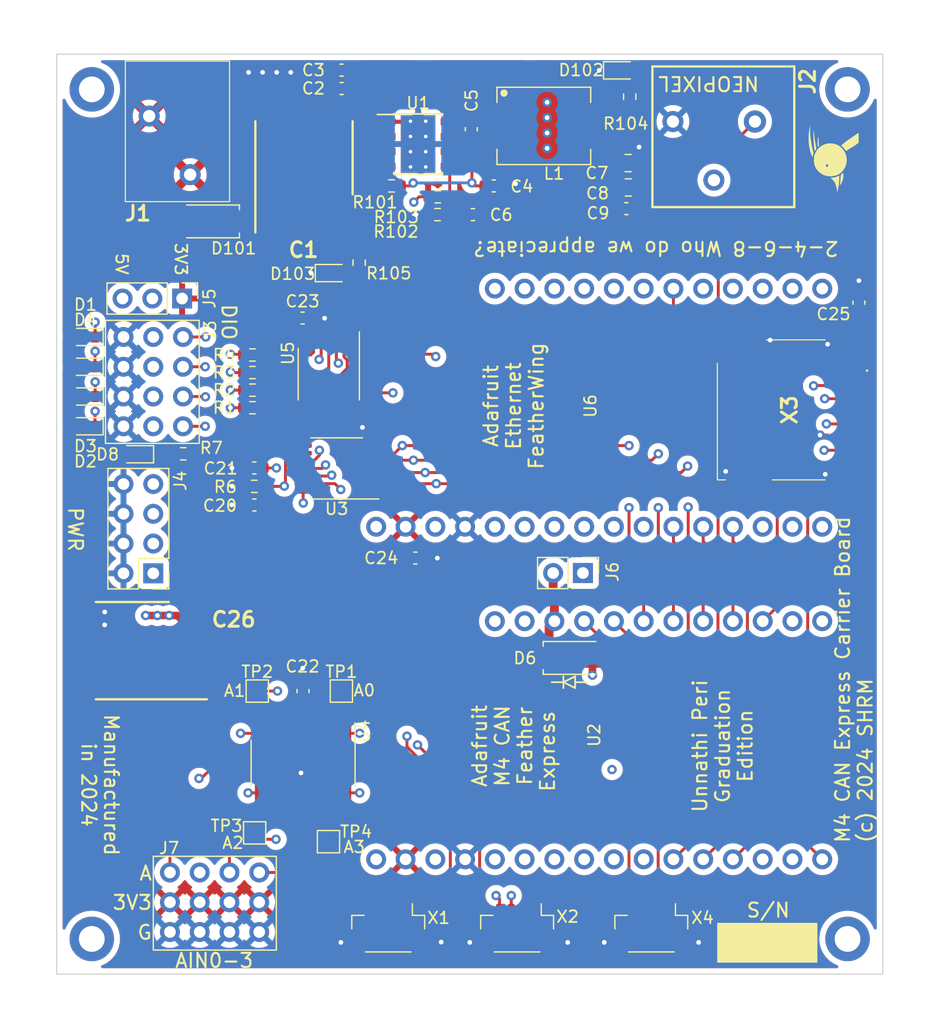
<source format=kicad_pcb>
(kicad_pcb (version 20211014) (generator pcbnew)
  (title_block (title "M4 CAN Feather Carrier (+Ethernet)") (rev "2") (comment 1 "All Rights Reserved") (comment 2 "(c) 2024 SHRM") (comment 3 "Drawn by SHRM"))
  (layers (0 "F.Cu" signal) (1 "In1.Cu" signal) (2 "In2.Cu" signal) (31 "B.Cu" signal) (34 "B.Paste" user) (35 "F.Paste" user) (36 "B.SilkS" user "B.Silkscreen") (37 "F.SilkS" user "F.Silkscreen") (38 "B.Mask" user) (39 "F.Mask" user) (44 "Edge.Cuts" user))
  (net 0 "")
  (net 1 "GND")
  (net 2 "+3.3V")
  (net 3 "VDD")
  (net 4 "+BATT")
  (net 9 "/NEOPIXEL")
  (net 10 "+5V")
  (net 11 "/DIO3_LS")
  (net 12 "/DIO2_LS")
  (net 13 "/DIO1_LS")
  (net 14 "/DIO0_LS")
  (net 15 "Net-(J7-Pad1)")
  (net 16 "Net-(J7-Pad4)")
  (net 17 "Net-(J7-Pad7)")
  (net 18 "Net-(J7-Pad10)")
  (net 19 "/LS_OE")
  (net 22 "/A0")
  (net 23 "/A1")
  (net 24 "/A2")
  (net 25 "/A3")
  (net 26 "/SCK")
  (net 27 "/MOSI")
  (net 28 "/SCL_1")
  (net 29 "/SDA_1")
  (net 30 "/SDA")
  (net 31 "/SCL")
  (net 32 "/DIO0")
  (net 33 "/DIO1")
  (net 34 "/DIO2")
  (net 35 "/DIO3")
  (net 36 "/SDA_3")
  (net 37 "/SCL_3")
  (net 42 "Net-(D3-Pad1)")
  (net 43 "Net-(D4-Pad1)")
  (net 44 "Net-(D1-Pad1)")
  (net 45 "Net-(D2-Pad1)")
  (net 46 "Net-(R3-Pad1)")
  (net 47 "Net-(R2-Pad1)")
  (net 48 "Net-(D8-Pad1)")
  (net 50 "/MISO")
  (net 51 "/ETH_CS")
  (net 74 "Net-(R4-Pad1)")
  (net 75 "Net-(R7-Pad1)")
  (net 76 "/USD_CS")
  (net 79 "/PG_FILT")
  (net 80 "/BOOT")
  (net 81 "/SW")
  (net 82 "/FB")
  (net 83 "Net-(D102-Pad2)")
  (net 84 "Net-(D103-Pad2)")
  (net 85 "/PG")
  (net 86 "Net-(R1-Pad1)")
  (net 87 "VCC")
  (net 88 "Net-(D6-Pad1)")
  (footprint "Capacitor_SMD:C_0603_1608Metric" (layer "F.Cu") (at 13.87 32.31 180)
    (fp_text reference "C21")
    (fp_text value "0.1u" hide)
  )
  (footprint "TestPoint:TestPoint_Pad_1.5x1.5mm" (layer "F.Cu") (at 20.2 64.2)
    (fp_text reference "TP4")
    (fp_text value "TestPoint" hide)
  )
  (footprint "Package_SO:Texas_HSOP-8-1EP_3.9x4.9mm_P1.27mm_ThermalVias" (layer "F.Cu") (at 27.85 4.67)
    (fp_text reference "U1")
    (fp_text value "LMR33630BDDA" hide)
  )
  (footprint "Resistor_SMD:R_0603_1608Metric" (layer "F.Cu") (at 7.8 31.1 180)
    (fp_text reference "R7")
    (fp_text value "120" hide)
  )
  (footprint "Resistor_SMD:R_0603_1608Metric" (layer "F.Cu") (at 22.82 14.79 -90)
    (fp_text reference "R105")
    (fp_text value "1K2" hide)
  )
  (footprint "LED_SMD:LED_0603_1608Metric" (layer "F.Cu") (at -0.5145 21.1323 180)
    (fp_text reference "D1")
    (fp_text value "LED" hide)
  )
  (footprint "Capacitor_SMD:C_0805_2012Metric" (layer "F.Cu") (at 45.79 8.37)
    (fp_text reference "C8")
    (fp_text value "22uF" hide)
  )
  (footprint "LED_SMD:LED_0603_1608Metric" (layer "F.Cu") (at -0.5145 28.7523 180)
    (fp_text reference "D2")
    (fp_text value "LED" hide)
  )
  (footprint "LED_SMD:LED_0603_1608Metric" (layer "F.Cu") (at -0.5145 23.6723 180)
    (fp_text reference "D4")
    (fp_text value "LED" hide)
  )
  (footprint "MountingHole:MountingHole_2.2mm_M2_DIN965_Pad" (layer "F.Cu") (at 0 72.5)
    (fp_text reference "H2" hide)
    (fp_text value "MountingHole_Pad" hide)
  )
  (footprint "Appreciate:DO-214AC" (layer "F.Cu") (at 10.35 11.27 180)
    (fp_text reference "D101")
    (fp_text value "SS54" hide)
  )
  (footprint "MountingHole:MountingHole_2.2mm_M2_DIN965_Pad" (layer "F.Cu") (at 0 0)
    (fp_text reference "H1" hide)
    (fp_text value "MountingHole_Pad" hide)
  )
  (footprint "MountingHole:MountingHole_2.2mm_M2_DIN965_Pad" (layer "F.Cu") (at 64.5 0)
    (fp_text reference "H4" hide)
    (fp_text value "MountingHole_Pad" hide)
  )
  (footprint "Resistor_SMD:R_0603_1608Metric" (layer "F.Cu") (at 45.91 0.63 90)
    (fp_text reference "R104")
    (fp_text value "330" hide)
  )
  (footprint "LED_SMD:LED_0603_1608Metric" (layer "F.Cu") (at -0.502 26.2123 180)
    (fp_text reference "D3")
    (fp_text value "LED" hide)
  )
  (footprint "Capacitor_SMD:C_0603_1608Metric" (layer "F.Cu") (at 21.315 -1.64 180)
    (fp_text reference "C3")
    (fp_text value "220nF" hide)
  )
  (footprint "Capacitor_SMD:C_0603_1608Metric" (layer "F.Cu") (at 18.03 51.35 90)
    (fp_text reference "C22")
    (fp_text value "0.1u" hide)
  )
  (footprint "Resistor_SMD:R_0603_1608Metric" (layer "F.Cu") (at 13.712 24.1685 180)
    (fp_text reference "R3")
    (fp_text value "120" hide)
  )
  (footprint "Package_SO:TSSOP-14_4.4x5mm_P0.65mm" (layer "F.Cu") (at 20.9 32.35 180)
    (fp_text reference "U3")
    (fp_text value "TXS0104EPW" hide)
  )
  (footprint "Capacitor_SMD:C_0603_1608Metric" (layer "F.Cu") (at 27.61 40)
    (fp_text reference "C24")
    (fp_text value "10u" hide)
  )
  (footprint "Capacitor_SMD:C_0603_1608Metric" (layer "F.Cu") (at 13.8775 35.47 180)
    (fp_text reference "C20")
    (fp_text value "0.1u" hide)
  )
  (footprint "Appreciate:FXL0630" (layer "F.Cu") (at 38.58 3.12)
    (fp_text reference "L1")
    (fp_text value "FXL0630-3R3-M" hide)
  )
  (footprint "Package_SO:SOIC-14_3.9x8.7mm_P1.27mm" (layer "F.Cu") (at 18.034 57.4944 -90)
    (fp_text reference "U4")
    (fp_text value "LMV324AIDR" hide)
  )
  (footprint "Appreciate:conn_04x03" (layer "F.Cu") (at 0.167 26.2123 -90)
    (fp_text reference "J3")
    (fp_text value "conn_04_03" hide)
  )
  (footprint "Appreciate:250-203_1" (layer "F.Cu") (at 53.096 7.747 180)
    (fp_text reference "J2")
    (fp_text value "250-203" hide)
  )
  (footprint "Connector_PinHeader_2.54mm:PinHeader_1x03_P2.54mm_Vertical" (layer "F.Cu") (at 7.7085 17.8503 -90)
    (fp_text reference "J5")
    (fp_text value "Conn_01x03" hide)
  )
  (footprint "Capacitor_SMD:C_0603_1608Metric" (layer "F.Cu") (at 21.315 -0.07 180)
    (fp_text reference "C2")
    (fp_text value "10uF" hide)
  )
  (footprint "Capacitor_SMD:C_0603_1608Metric" (layer "F.Cu") (at 17.99 19.52)
    (fp_text reference "C23")
    (fp_text value "0.1u" hide)
  )
  (footprint "Capacitor_SMD:C_0805_2012Metric" (layer "F.Cu") (at 45.775 6.29)
    (fp_text reference "C7")
    (fp_text value "22uF" hide)
  )
  (footprint "Appreciate:conn_04x03" (layer "F.Cu") (at 11.75 74.45)
    (fp_text reference "J7")
    (fp_text value "conn_04_03" hide)
  )
  (footprint "Resistor_SMD:R_0603_1608Metric" (layer "F.Cu") (at 25.58 8.24)
    (fp_text reference "R101")
    (fp_text value "100k" hide)
  )
  (footprint "LED_SMD:LED_0603_1608Metric" (layer "F.Cu") (at 45.16 -1.62)
    (fp_text reference "D102")
    (fp_text value "LED" hide)
  )
  (footprint "Capacitor_SMD:C_0603_1608Metric" (layer "F.Cu") (at 32.53 10.69)
    (fp_text reference "C6")
    (fp_text value "6.8pF" hide)
  )
  (footprint "Resistor_SMD:R_0603_1608Metric" (layer "F.Cu") (at 29.53 9.17)
    (fp_text reference "R103")
    (fp_text value "100k" hide)
  )
  (footprint "Appreciate:250202" (layer "F.Cu") (at 4.897 2.28)
    (fp_text reference "J1")
    (fp_text value "250-202" hide)
  )
  (footprint "Package_SO:TSSOP-14_4.4x5mm_P0.65mm" (layer "F.Cu") (at 20.225 24.3 -90)
    (fp_text reference "U5")
    (fp_text value "74HC14" hide)
  )
  (footprint "Connector_PinHeader_2.54mm:PinHeader_1x02_P2.54mm_Vertical" (layer "F.Cu") (at 41.915 41.275 -90)
    (fp_text reference "J6")
    (fp_text value "Conn_01x02" hide)
  )
  (footprint "Capacitor_SMD:C_0603_1608Metric" (layer "F.Cu") (at 32.39 3.4 90)
    (fp_text reference "C5")
    (fp_text value "100nF" hide)
  )
  (footprint "Appreciate:DO-214AC" (layer "F.Cu") (at 40.77 48.52)
    (fp_text reference "D6")
    (fp_text value "SS54" hide)
  )
  (footprint "TestPoint:TestPoint_Pad_1.5x1.5mm" (layer "F.Cu") (at 13.9 63.45)
    (fp_text reference "TP3")
    (fp_text value "TestPoint" hide)
  )
  (footprint "Resistor_SMD:R_0603_1608Metric" (layer "F.Cu") (at 13.712 25.6685 180)
    (fp_text reference "R2")
    (fp_text value "120" hide)
  )
  (footprint "MountingHole:MountingHole_2.2mm_M2_DIN965_Pad" (layer "F.Cu") (at 64.5 72.5)
    (fp_text reference "H3" hide)
    (fp_text value "MountingHole_Pad" hide)
  )
  (footprint "Connector_JST:JST_SH_BM04B-SRSS-TB_1x04-1MP_P1.00mm_Vertical" (layer "F.Cu") (at 47.752 71.6 180)
    (fp_text reference "X4")
    (fp_text value "STEMMA_I2C_QT" hide)
  )
  (footprint "Connector_JST:JST_SH_BM04B-SRSS-TB_1x04-1MP_P1.00mm_Vertical" (layer "F.Cu") (at 25.3 71.6 180)
    (fp_text reference "X1")
    (fp_text value "STEMMA_I2C_QT" hide)
  )
  (footprint "Connector_JST:JST_SH_BM04B-SRSS-TB_1x04-1MP_P1.00mm_Vertical" (layer "F.Cu") (at 36.3 71.6 180)
    (fp_text reference "X2")
    (fp_text value "STEMMA_I2C_QT" hide)
  )
  (footprint "Resistor_SMD:R_0603_1608Metric" (layer "F.Cu") (at 13.712 27.1685 180)
    (fp_text reference "R1")
    (fp_text value "120" hide)
  )
  (footprint "LED_SMD:LED_0603_1608Metric" (layer "F.Cu") (at 3.79 31.14 180)
    (fp_text reference "D8")
    (fp_text value "LED" hide)
  )
  (footprint "Connector_PinHeader_2.54mm:PinHeader_2x04_P2.54mm_Vertical" (layer "F.Cu") (at 5.247 41.3 180)
    (fp_text reference "J4")
    (fp_text value "Conn_02x04_Odd_Even" hide)
  )
  (footprint "Appreciate:Feather_M4_CAN_Express" (layer "F.Cu") (at 68.69 66.975 90)
    (fp_text reference "U2")
    (fp_text value "Feather_M4_CAN_Express" hide)
  )
  (footprint "Resistor_SMD:R_0603_1608Metric" (layer "F.Cu") (at 13.87 33.88 180)
    (fp_text reference "R6")
    (fp_text value "4K7" hide)
  )
  (footprint "Resistor_SMD:R_0603_1608Metric" (layer "F.Cu") (at 29.51 10.69 180)
    (fp_text reference "R102")
    (fp_text value "24.9k" hide)
  )
  (footprint "Appreciate:DM3DSF" (layer "F.Cu") (at 59.1125 27.35 90)
    (fp_text reference "X3")
    (fp_text value "DM3D-SF" hide)
  )
  (footprint "Appreciate:Feather_M4_CAN_Express" (layer "F.Cu") (at 68.69 38.595 90)
    (fp_text reference "U6")
    (fp_text value "Feather_M4_CAN_Express" hide)
  )
  (footprint "TestPoint:TestPoint_Pad_1.5x1.5mm" (layer "F.Cu") (at 21.3 51.3476)
    (fp_text reference "TP1")
    (fp_text value "TestPoint" hide)
  )
  (footprint "LED_SMD:LED_0603_1608Metric" (layer "F.Cu") (at 20.56 15.68)
    (fp_text reference "D103")
    (fp_text value "LED" hide)
  )
  (footprint "TestPoint:TestPoint_Pad_1.5x1.5mm" (layer "F.Cu") (at 14.1224 51.3476)
    (fp_text reference "TP2")
    (fp_text value "TestPoint" hide)
  )
  (footprint "Capacitor_SMD:C_0603_1608Metric" (layer "F.Cu") (at 45.63 10.18)
    (fp_text reference "C9")
    (fp_text value "100nF" hide)
  )
  (footprint "Resistor_SMD:R_0603_1608Metric" (layer "F.Cu") (at 13.712 22.6685 180)
    (fp_text reference "R4")
    (fp_text value "120" hide)
  )
  (footprint "Appreciate:CAPAE830X1050N" (layer "F.Cu") (at 18.11 6.88 90)
    (fp_text reference "C1")
    (fp_text value "470u" hide)
  )
  (footprint "Appreciate:CAPAE830X1050N" (layer "F.Cu") (at 4.5 47.9 180)
    (fp_text reference "C26")
    (fp_text value "470u" hide)
  )
  (footprint "Appreciate:LOGO" (layer "F.Cu") (at 63.2 5.85 90)
    (fp_text reference "G***" hide)
    (fp_text value "LOGO" hide)
  )
  (footprint "Capacitor_SMD:C_0603_1608Metric" (layer "F.Cu") (at 65.47 18.2 90)
    (fp_text reference "C25")
    (fp_text value "10u" hide)
  )
  (footprint "Capacitor_SMD:C_0603_1608Metric" (layer "F.Cu") (at 34.31 8.24)
    (fp_text reference "C4")
    (fp_text value "1uF" hide)
  )
  (gr_line (start 41.25 50.59) (end 42.25 50.59) (layer "F.SilkS") (width 0.15))
  (gr_line (start 41.25 51.09) (end 41.25 50.09) (layer "F.SilkS") (width 0.15))
  (gr_line (start 40.25 50.59) (end 41.25 50.09) (layer "F.SilkS") (width 0.15))
  (gr_line (start 40.25 50.59) (end 39.25 50.59) (layer "F.SilkS") (width 0.15))
  (gr_line (start 41.25 51.09) (end 40.25 50.59) (layer "F.SilkS") (width 0.15))
  (gr_rect (start 61.85 74.45) (end 53.45 71.2) (layer "F.SilkS") (width 0.15) (fill solid))
  (gr_line (start 40.25 51.09) (end 40.25 50.09) (layer "F.SilkS") (width 0.15))
  (gr_rect (start -3 -3) (end 67.5 75.5) (layer "Edge.Cuts") (width 0.1) (fill none))
  (gr_text "3V3" (at 7.6 14.5 270) (layer "F.SilkS") (effects (font (size 1 1) (thickness 0.16))))
  (gr_text "Unnathi Peri\nGraduation\nEdition" (at 53.84 56.03 90) (layer "F.SilkS") (effects (font (size 1.2 1.2) (thickness 0.18))))
  (gr_text "A" (at 4.6 66.895) (layer "F.SilkS") (effects (font (size 1.2 1.2) (thickness 0.18))))
  (gr_text "2-4-6-8 Who do we appreciate?" (at 63.83 13.57 180) (layer "F.SilkS") (effects (font (size 1.2 1.2) (thickness 0.18)) (justify left)))
  (gr_text "S/N" (at 57.73 70.05) (layer "F.SilkS") (effects (font (size 1.2 1.2) (thickness 0.18))))
  (gr_text "G" (at 4.514286 71.945) (layer "F.SilkS") (effects (font (size 1.2 1.2) (thickness 0.18))))
  (gr_text "Adafruit\nM4 CAN\nFeather\nExpress " (at 36 56.030001 90) (layer "F.SilkS") (effects (font (size 1.2 1.2) (thickness 0.18))))
  (gr_text "AIN0-3" (at 10.45 74.345) (layer "F.SilkS") (effects (font (size 1.2 1.2) (thickness 0.18))))
  (gr_text "A3" (at 22.4 64.65) (layer "F.SilkS") (effects (font (size 1 1))))
  (gr_text "M4 CAN Express Carrier Board\n(c) 2024 SHRM" (at 65.05 64.4 90) (layer "F.SilkS") (effects (font (size 1.2 1.2) (thickness 0.18)) (justify left)))
  (gr_text "Manufactured\nin 2024" (at 0.7 59.35 270) (layer "F.SilkS") (effects (font (size 1.2 1.2) (thickness 0.18))))
  (gr_text "A2" (at 12.05 64.3) (layer "F.SilkS") (effects (font (size 1 1))))
  (gr_text "A1" (at 12.192 51.3222) (layer "F.SilkS") (effects (font (size 1 1))))
  (gr_text "DIO" (at 11.7 19.85 270) (layer "F.SilkS") (effects (font (size 1.2 1.2) (thickness 0.18))))
  (gr_text "5V" (at 2.55 14.9 270) (layer "F.SilkS") (effects (font (size 1 1) (thickness 0.16))))
  (gr_text "A0" (at 23.26 51.29) (layer "F.SilkS") (effects (font (size 1 1))))
  (gr_text "3V3" (at 3.457143 69.395) (layer "F.SilkS") (effects (font (size 1.2 1.2) (thickness 0.18))))
  (gr_text "NEOPIXEL" (at 52.65 -0.5 180) (layer "F.SilkS") (effects (font (size 1.2 1.2) (thickness 0.18))))
  (gr_text "PWR" (at -1.4 37.55 270) (layer "F.SilkS") (effects (font (size 1.2 1.2) (thickness 0.18))))
  (gr_text "Adafruit\nEthernet\nFeatherWing" (at 36 27.02 90) (layer "F.SilkS") (effects (font (size 1.2 1.2) (thickness 0.18))))
  (segment (start 50.552 72.8) (end 51.787 72.8) (width 0.25) (layer "F.Cu") (net 1))
  (segment (start 49.252 70.275) (end 49.252 71.3246) (width 0.25) (layer "F.Cu") (net 1))
  (segment (start 53.975 21.375) (end 56.0875 21.375) (width 0.25) (layer "F.Cu") (net 1))
  (segment (start 21.525 28.175) (end 22.25 28.9) (width 0.25) (layer "F.Cu") (net 1))
  (segment (start 19.87 19.53) (end 18.755 19.53) (width 0.25) (layer "F.Cu") (net 1))
  (segment (start 23.05 28.9) (end 23.1 28.85) (width 0.25) (layer "F.Cu") (net 1))
  (segment (start 1.1 45.7) (end 1.1 44.5) (width 0.635) (layer "F.Cu") (net 1))
  (segment (start 56.7375 33.325) (end 55.5625 33.325) (width 0.25) (layer "F.Cu") (net 1))
  (segment (start 19.7725 15.68) (end 18.72 15.68) (width 0.25) (layer "F.Cu") (net 1))
  (segment (start 18.034 58.5104) (end 17.8562 58.3326) (width 0.25) (layer "F.Cu") (net 1))
  (segment (start 37.8 70.275) (end 37.8 71.3534) (width 0.25) (layer "F.Cu") (net 1))
  (segment (start 64.3375 21.725) (end 62.825 21.725) (width 0.25) (layer "F.Cu") (net 1))
  (segment (start 18.755 19.53) (end 18.275 20.01) (width 0.25) (layer "F.Cu") (net 1))
  (segment (start 11.9575 35.47) (end 13.1025 35.47) (width 0.25) (layer "F.Cu") (net 1))
  (segment (start 26.8 70.275) (end 26.8 71.3262) (width 0.25) (layer "F.Cu") (net 1))
  (segment (start 27.155 2.765) (end 27.2 2.72) (width 0.35) (layer "F.Cu") (net 1))
  (segment (start 46.51 10.18) (end 46.74 9.95) (width 0.35) (layer "F.Cu") (net 1))
  (segment (start 35.085 8.24) (end 35.98 8.24) (width 0.25) (layer "F.Cu") (net 1))
  (segment (start 32.2616 72.8) (end 32.258 72.7964) (width 0.25) (layer "F.Cu") (net 1))
  (segment (start 28.1 72.8) (end 29.7906 72.8) (width 0.25) (layer "F.Cu") (net 1))
  (segment (start 12 33.88) (end 13.045 33.88) (width 0.25) (layer "F.Cu") (net 1))
  (segment (start 43.7424 72.8) (end 43.7388 72.7964) (width 0.25) (layer "F.Cu") (net 1))
  (segment (start 18.275 20.01) (end 18.275 21.4375) (width 0.25) (layer "F.Cu") (net 1))
  (segment (start 46.74 6.305) (end 46.725 6.29) (width 0.35) (layer "F.Cu") (net 1))
  (segment (start 1.1 47.9) (end 1.1 45.7) (width 0.635) (layer "F.Cu") (net 1))
  (segment (start 56.0875 21.375) (end 57.875 21.375) (width 0.25) (layer "F.Cu") (net 1))
  (segment (start 29.7906 72.8) (end 29.8196 72.771) (width 0.25) (layer "F.Cu") (net 1))
  (segment (start 64.3375 33.075) (end 62.825 33.075) (width 0.25) (layer "F.Cu") (net 1))
  (segment (start 21.2634 72.8) (end 21.2598 72.7964) (width 0.25) (layer "F.Cu") (net 1))
  (segment (start 65.47 16.32) (end 65.47 16.925) (width 0.25) (layer "F.Cu") (net 1))
  (segment (start 35.98 8.24) (end 36.17 8.05) (width 0.25) (layer "F.Cu") (net 1))
  (segment (start 54.5 33) (end 54.1 32.6) (width 0.25) (layer "F.Cu") (net 1))
  (segment (start 28.685 10.69) (end 27.67 10.69) (width 0.25) (layer "F.Cu") (net 1))
  (segment (start 53.6625 21.6875) (end 53.975 21.375) (width 0.25) (layer "F.Cu") (net 1))
  (segment (start 39.1 72.8) (end 40.611 72.8) (width 0.25) (layer "F.Cu") (net 1))
  (segment (start 33.5 72.8) (end 32.2616 72.8) (width 0.25) (layer "F.Cu") (net 1))
  (segment (start 18 50.545) (end 18.03 50.575) (width 0.25) (layer "F.Cu") (net 1))
  (segment (start 44.952 72.8) (end 43.7424 72.8) (width 0.25) (layer "F.Cu") (net 1))
  (segment (start 46.74 8.37) (end 46.74 6.305) (width 0.35) (layer "F.Cu") (net 1))
  (segment (start 46.725 6.29) (end 46.725 4.945) (width 0.35) (layer "F.Cu") (net 1))
  (segment (start 11.99 33.87) (end 12 33.88) (width 0.25) (layer "F.Cu") (net 1))
  (segment (start 13.0938 32.3088) (end 13.095 32.31) (width 0.25) (layer "F.Cu") (net 1))
  (segment (start 37.8 71.3534) (end 39.1 72.6534) (width 0.25) (layer "F.Cu") (net 1))
  (segment (start 55.5625 33.325) (end 55.2375 33) (width 0.25) (layer "F.Cu") (net 1))
  (segment (start 40.611 72.8) (end 40.6146 72.7964) (width 0.25) (layer "F.Cu") (net 1))
  (segment (start 26.8 71.3262) (end 28.1 72.6262) (width 0.25) (layer "F.Cu") (net 1))
  (segment (start 46.74 9.95) (end 46.74 8.37) (width 0.35) (layer "F.Cu") (net 1))
  (segment (start 62.825 21.725) (end 62.8 21.75) (width 0.25) (layer "F.Cu") (net 1))
  (segment (start 62.825 33.075) (end 62.6 32.85) (width 0.25) (layer "F.Cu") (net 1))
  (segment (start 64.4625 29.675) (end 62.975 29.675) (width 0.25) (layer "F.Cu") (net 1))
  (segment (start 28.1 72.6262) (end 28.1 72.8) (width 0.25) (layer "F.Cu") (net 1))
  (segment (start 21.525 27.1625) (end 21.525 28.175) (width 0.25) (layer "F.Cu") (net 1))
  (segment (start 22.5 72.8) (end 21.2634 72.8) (width 0.25) (layer "F.Cu") (net 1))
  (segment (start 55.2375 33) (end 54.5 33) (width 0.25) (layer "F.Cu") (net 1))
  (segment (start 53.6625 21.825) (end 53.6625 21.6875) (width 0.25) (layer "F.Cu") (net 1))
  (segment (start 11.96 32.3088) (end 13.0938 32.3088) (width 0.25) (layer "F.Cu") (net 1))
  (segment (start 51.787 72.8) (end 51.7906 72.7964) (width 0.25) (layer "F.Cu") (net 1))
  (segment (start 18.034 59.9694) (end 18.034 58.5104) (width 0.25) (layer "F.Cu") (net 1))
  (segment (start 62.8 29.5) (end 62.15 29.5) (width 0.25) (layer "F.Cu") (net 1))
  (segment (start 49.252 71.3246) (end 50.552 72.6246) (width 0.25) (layer "F.Cu") (net 1))
  (segment (start 62.975 29.675) (end 62.8 29.5) (width 0.25) (layer "F.Cu") (net 1))
  (segment (start 18 49.4) (end 18 50.545) (width 0.25) (layer "F.Cu") (net 1))
  (segment (start 23.7625 29.5125) (end 23.7625 30.4) (width 0.25) (layer "F.Cu") (net 1))
  (segment (start 22.25 28.9) (end 23.05 28.9) (width 0.25) (layer "F.Cu") (net 1))
  (segment (start 28.385 40) (end 29.49 40) (width 0.25) (layer "F.Cu") (net 1))
  (segment (start 50.552 72.6246) (end 50.552 72.8) (width 0.25) (layer "F.Cu") (net 1))
  (segment (start 46.405 10.18) (end 46.51 10.18) (width 0.35) (layer "F.Cu") (net 1))
  (segment (start 57.875 21.375) (end 57.9 21.4) (width 0.25) (layer "F.Cu") (net 1))
  (segment (start 39.1 72.6534) (end 39.1 72.8) (width 0.25) (layer "F.Cu") (net 1))
  (segment (start 44.3725 -1.62) (end 43.31 -1.62) (width 0.25) (layer "F.Cu") (net 1))
  (segment (start 23.1 28.85) (end 23.7625 29.5125) (width 0.25) (layer "F.Cu") (net 1))
  (segment (start 46.725 4.945) (end 46.71 4.93) (width 0.35) (layer "F.Cu") (net 1))
  (segment (start 25.15 2.765) (end 27.155 2.765) (width 0.35) (layer "F.Cu") (net 1))
  (via (at 18.72 15.68) (size 0.8) (drill 0.4) (layers "F.Cu" "B.Cu") (net 1))
  (via (at 17.8562 58.3326) (size 0.8) (drill 0.4) (layers "F.Cu" "B.Cu") (net 1))
  (via (at 62.15 29.5) (size 0.8) (drill 0.4) (layers "F.Cu" "B.Cu") (net 1))
  (via (at 65.47 16.32) (size 0.8) (drill 0.4) (layers "F.Cu" "B.Cu") (net 1))
  (via (at 11.96 32.3088) (size 0.8) (drill 0.4) (layers "F.Cu" "B.Cu") (net 1))
  (via (at 18 49.4) (size 0.8) (drill 0.4) (layers "F.Cu" "B.Cu") (net 1))
  (via (at 1.1 45.7) (size 0.8) (drill 0.4) (layers "F.Cu" "B.Cu") (net 1))
  (via (at 13.38 -1.45) (size 0.8) (drill 0.4) (layers "F.Cu" "B.Cu") (net 1))
  (via (at 23.1 28.85) (size 0.8) (drill 0.4) (layers "F.Cu" "B.Cu") (net 1))
  (via (at 62.6 32.85) (size 0.8) (drill 0.4) (layers "F.Cu" "B.Cu") (net 1))
  (via (at 62.8 21.75) (size 0.8) (drill 0.4) (layers "F.Cu" "B.Cu") (net 1))
  (via (at 27.67 10.69) (size 0.8) (drill 0.4) (layers "F.Cu" "B.Cu") (net 1))
  (via (at 21.2598 72.7964) (size 0.8) (drill 0.4) (layers "F.Cu" "B.Cu") (net 1))
  (via (at 40.6146 72.7964) (size 0.8) (drill 0.4) (layers "F.Cu" "B.Cu") (net 1))
  (via (at 57.9 21.4) (size 0.8) (drill 0.4) (layers "F.Cu" "B.Cu") (net 1))
  (via (at 43.31 -1.62) (size 0.8) (drill 0.4) (layers "F.Cu" "B.Cu") (net 1))
  (via (at 19.87 19.53) (size 0.8) (drill 0.4) (layers "F.Cu" "B.Cu") (net 1))
  (via (at 29.49 40) (size 0.8) (drill 0.4) (layers "F.Cu" "B.Cu") (net 1))
  (via (at 46.71 4.93) (size 0.8) (drill 0.4) (layers "F.Cu" "B.Cu") (net 1))
  (via (at 15.78 -1.45) (size 0.8) (drill 0.4) (layers "F.Cu" "B.Cu") (net 1))
  (via (at 54.1 32.6) (size 0.8) (drill 0.4) (layers "F.Cu" "B.Cu") (net 1))
  (via (at 32.258 72.7964) (size 0.8) (drill 0.4) (layers "F.Cu" "B.Cu") (net 1))
  (via (at 16.98 -1.45) (size 0.8) (drill 0.4) (layers "F.Cu" "B.Cu") (net 1))
  (via (at 1.1 44.6) (size 0.8) (drill 0.4) (layers "F.Cu" "B.Cu") (net 1))
  (via (at 11.99 33.87) (size 0.8) (drill 0.4) (layers "F.Cu" "B.Cu") (net 1))
  (via (at 14.58 -1.45) (size 0.8) (drill 0.4) (layers "F.Cu" "B.Cu") (net 1))
  (via (at 11.9375 35.45) (size 0.8) (drill 0.4) (layers "F.Cu" "B.Cu") (net 1))
  (via (at 51.7906 72.7964) (size 0.8) (drill 0.4) (layers "F.Cu" "B.Cu") (net 1))
  (via (at 36.17 8.05) (size 0.8) (drill 0.4) (layers "F.Cu" "B.Cu") (net 1))
  (via (at 43.7388 72.7964) (size 0.8) (drill 0.4) (layers "F.Cu" "B.Cu") (net 1))
  (via (at 29.8196 72.771) (size 0.8) (drill 0.4) (layers "F.Cu" "B.Cu") (net 1))
  (segment (start 56.596 2.747) (end 55.1434 4.1996) (width 0.25) (layer "F.Cu") (net 9))
  (segment (start 53.467 18.433) (end 51.6 20.3) (width 0.25) (layer "F.Cu") (net 9))
  (segment (start 53.467 15.1638) (end 53.467 18.433) (width 0.25) (layer "F.Cu") (net 9))
  (segment (start 55.1434 13.4874) (end 53.467 15.1638) (width 0.25) (layer "F.Cu") (net 9))
  (segment (start 55.1434 4.1996) (end 55.1434 13.4874) (width 0.25) (layer "F.Cu") (net 9))
  (segment (start 61.1 64.465) (end 62.34 65.705) (width 0.25) (layer "F.Cu") (net 9))
  (segment (start 51.6 20.3) (end 51.6 23.1) (width 0.25) (layer "F.Cu") (net 9))
  (segment (start 61.1 32.6) (end 61.1 64.465) (width 0.25) (layer "F.Cu") (net 9))
  (segment (start 51.6 23.1) (end 61.1 32.6) (width 0.25) (layer "F.Cu") (net 9))
  (segment (start 42.73 48.53) (end 42.72 48.52) (width 0.64516) (layer "F.Cu") (net 10))
  (segment (start 28.705 9.17) (end 27.93 9.17) (width 0.25) (layer "F.Cu") (net 10))
  (segment (start 42.73 49.99) (end 42.73 48.53) (width 0.64516) (layer "F.Cu") (net 10))
  (segment (start 27.93 9.17) (end 27.48 9.62) (width 0.25) (layer "F.Cu") (net 10))
  (via (at 38.86 5.03) (size 0.8) (drill 0.4) (layers "F.Cu" "B.Cu") (net 10))
  (via (at 38.86 3.723332) (size 0.8) (drill 0.4) (layers "F.Cu" "B.Cu") (net 10))
  (via (at 27.48 9.62) (size 0.8) (drill 0.4) (layers "F.Cu" "B.Cu") (net 10))
  (via (at 38.86 2.416666) (size 0.8) (drill 0.4) (layers "F.Cu" "B.Cu") (net 10))
  (via (at 38.86 1.11) (size 0.8) (drill 0.4) (layers "F.Cu" "B.Cu") (net 10))
  (via (at 42.73 49.99) (size 0.8) (drill 0.4) (layers "F.Cu" "B.Cu") (net 10))
  (segment (start 7.787 28.7523) (end 9.6769 28.7523) (width 0.25) (layer "F.Cu") (net 11))
  (segment (start 18.0375 31.7) (end 18.95 31.7) (width 0.25) (layer "F.Cu") (net 11))
  (segment (start 19.45 31.2) (end 19.4255 31.1755) (width 0.25) (layer "F.Cu") (net 11))
  (segment (start 19.4255 31.1755) (end 19.4255 30.8) (width 0.25) (layer "F.Cu") (net 11))
  (segment (start 18.95 31.7) (end 19.45 31.2) (width 0.25) (layer "F.Cu") (net 11))
  (segment (start 9.6769 28.7523) (end 9.6774 28.7528) (width 0.25) (layer "F.Cu") (net 11))
  (via (at 19.4255 30.8) (size 0.8) (drill 0.4) (layers "F.Cu" "B.Cu") (net 11))
  (via (at 9.6774 28.7528) (size 0.8) (drill 0.4) (layers "F.Cu" "B.Cu") (net 11))
  (segment (start 7.787 26.2123) (end 9.6769 26.2123) (width 0.25) (layer "F.Cu") (net 12))
  (segment (start 9.6769 26.2123) (end 9.7028 26.2382) (width 0.25) (layer "F.Cu") (net 12))
  (segment (start 19.65 32.35) (end 19.95 32.05) (width 0.25) (layer "F.Cu") (net 12))
  (segment (start 18.0375 32.35) (end 19.65 32.35) (width 0.25) (layer "F.Cu") (net 12))
  (via (at 9.7028 26.2382) (size 0.8) (drill 0.4) (layers "F.Cu" "B.Cu") (net 12))
  (via (at 19.95 32.05) (size 0.8) (drill 0.4) (layers "F.Cu" "B.Cu") (net 12))
  (segment (start 9.6769 23.6723) (end 9.6774 23.6728) (width 0.25) (layer "F.Cu") (net 13))
  (segment (start 20.396846 33) (end 20.471346 32.9255) (width 0.25) (layer "F.Cu") (net 13))
  (segment (start 18.0375 33) (end 20.396846 33) (width 0.25) (layer "F.Cu") (net 13))
  (segment (start 7.787 23.6723) (end 9.6769 23.6723) (width 0.25) (layer "F.Cu") (net 13))
  (via (at 20.471346 32.9255) (size 0.8) (drill 0.4) (layers "F.Cu" "B.Cu") (net 13))
  (via (at 9.6774 23.6728) (size 0.8) (drill 0.4) (layers "F.Cu" "B.Cu") (net 13))
  (segment (start 18.0375 33.65) (end 20.75 33.65) (width 0.25) (layer "F.Cu") (net 14))
  (segment (start 9.7277 21.1323) (end 9.7282 21.1328) (width 0.25) (layer "F.Cu") (net 14))
  (segment (start 20.75 33.65) (end 21.25 34.15) (width 0.25) (layer "F.Cu") (net 14))
  (segment (start 7.787 21.1323) (end 9.7277 21.1323) (width 0.25) (layer "F.Cu") (net 14))
  (via (at 9.7282 21.1328) (size 0.8) (drill 0.4) (layers "F.Cu" "B.Cu") (net 14))
  (via (at 21.25 34.15) (size 0.8) (drill 0.4) (layers "F.Cu" "B.Cu") (net 14))
  (segment (start 18.6 57.35) (end 19.304 56.646) (width 0.25) (layer "F.Cu") (net 15))
  (segment (start 12.1 57.35) (end 18.6 57.35) (width 0.25) (layer "F.Cu") (net 15))
  (segment (start 6.67 66.83) (end 6.67 62.78) (width 0.25) (layer "F.Cu") (net 15))
  (segment (start 19.304 56.646) (end 19.304 55.0194) (width 0.25) (layer "F.Cu") (net 15))
  (segment (start 6.67 62.78) (end 12.1 57.35) (width 0.25) (layer "F.Cu") (net 15))
  (segment (start 16.3 56.7) (end 11.45 56.7) (width 0.25) (layer "F.Cu") (net 16))
  (segment (start 9.35 58.8) (end 9.15 58.8) (width 0.25) (layer "F.Cu") (net 16))
  (segment (start 16.764 55.0194) (end 16.764 56.236) (width 0.25) (layer "F.Cu") (net 16))
  (segment (start 11.45 56.7) (end 9.35 58.8) (width 0.25) (layer "F.Cu") (net 16))
  (segment (start 16.764 56.236) (end 16.3 56.7) (width 0.25) (layer "F.Cu") (net 16))
  (via (at 9.15 58.8) (size 0.8) (drill 0.4) (layers "F.Cu" "B.Cu") (net 16))
  (segment (start 16 58.05) (end 12.4 58.05) (width 0.25) (layer "F.Cu") (net 17))
  (segment (start 16.764 59.9694) (end 16.764 58.814) (width 0.25) (layer "F.Cu") (net 17))
  (segment (start 11.75 58.7) (end 11.75 66.83) (width 0.25) (layer "F.Cu") (net 17))
  (segment (start 16.764 58.814) (end 16 58.05) (width 0.25) (layer "F.Cu") (net 17))
  (segment (start 12.4 58.05) (end 11.75 58.7) (width 0.25) (layer "F.Cu") (net 17))
  (segment (start 16.85 63.95) (end 16.85 65.75) (width 0.25) (layer "F.Cu") (net 18))
  (segment (start 19.304 59.9694) (end 19.304 61.496) (width 0.25) (layer "F.Cu") (net 18))
  (segment (start 19.304 61.496) (end 16.85 63.95) (width 0.25) (layer "F.Cu") (net 18))
  (segment (start 16.85 65.75) (end 15.77 66.83) (width 0.25) (layer "F.Cu") (net 18))
  (segment (start 15.77 66.83) (end 14.29 66.83) (width 0.25) (layer "F.Cu") (net 18))
  (segment (start 19.7 29.2) (end 18.3 29.2) (width 0.25) (layer "F.Cu") (net 19))
  (segment (start 16.43 33.86) (end 16.41 33.88) (width 0.25) (layer "F.Cu") (net 19))
  (segment (start 18.0375 29.4625) (end 18.0375 30.4) (width 0.25) (layer "F.Cu") (net 19))
  (segment (start 16.53 31.02) (end 17.15 30.4) (width 0.25) (layer "F.Cu") (net 19))
  (segment (start 17.15 30.4) (end 18.0375 30.4) (width 0.25) (layer "F.Cu") (net 19))
  (segment (start 16.53 33.76) (end 16.53 31.02) (width 0.25) (layer "F.Cu") (net 19))
  (segment (start 16.43 33.86) (end 16.53 33.76) (width 0.25) (layer "F.Cu") (net 19))
  (segment (start 20.225 28.675) (end 19.7 29.2) (width 0.25) (layer "F.Cu") (net 19))
  (segment (start 16.41 33.88) (end 14.695 33.88) (width 0.25) (layer "F.Cu") (net 19))
  (segment (start 20.225 27.1625) (end 20.225 28.675) (width 0.25) (layer "F.Cu") (net 19))
  (segment (start 18.3 29.2) (end 18.0375 29.4625) (width 0.25) (layer "F.Cu") (net 19))
  (via (at 16.43 33.86) (size 0.8) (drill 0.4) (layers "F.Cu" "B.Cu") (net 19))
  (segment (start 21.844 55.0194) (end 21.844 53.532) (width 0.25) (layer "F.Cu") (net 22))
  (segment (start 20.574 55.0194) (end 21.844 55.0194) (width 0.25) (layer "F.Cu") (net 22))
  (segment (start 22.86 54.9544) (end 21.909 54.9544) (width 0.25) (layer "F.Cu") (net 22))
  (segment (start 21.909 54.9544) (end 21.844 55.0194) (width 0.25) (layer "F.Cu") (net 22))
  (segment (start 21.3 52.988) (end 21.3 51.3476) (width 0.25) (layer "F.Cu") (net 22))
  (segment (start 21.844 53.532) (end 21.3 52.988) (width 0.25) (layer "F.Cu") (net 22))
  (via (at 22.86 54.9544) (size 0.8) (drill 0.4) (layers "F.Cu" "B.Cu") (net 22))
  (segment (start 14.159 54.9544) (end 14.224 55.0194) (width 0.25) (layer "F.Cu") (net 23))
  (segment (start 12.7 54.9544) (end 14.159 54.9544) (width 0.25) (layer "F.Cu") (net 23))
  (segment (start 14.224 55.0194) (end 15.494 55.0194) (width 0.25) (layer "F.Cu") (net 23))
  (segment (start 15.8496 51.3476) (end 14.1224 51.3476) (width 0.25) (layer "F.Cu") (net 23))
  (via (at 12.7 54.9544) (size 0.8) (drill 0.4) (layers "F.Cu" "B.Cu") (net 23))
  (via (at 15.8496 51.3476) (size 0.8) (drill 0.4) (layers "F.Cu" "B.Cu") (net 23))
  (segment (start 14.159 60.0344) (end 14.224 59.9694) (width 0.25) (layer "F.Cu") (net 24))
  (segment (start 13.335 60.0344) (end 14.159 60.0344) (width 0.25) (layer "F.Cu") (net 24))
  (segment (start 15.7226 63.9968) (end 14.0208 63.9968) (width 0.25) (layer "F.Cu") (net 24))
  (segment (start 14.224 59.9694) (end 15.494 59.9694) (width 0.25) (layer "F.Cu") (net 24))
  (via (at 15.7226 63.9968) (size 0.8) (drill 0.4) (layers "F.Cu" "B.Cu") (net 24))
  (via (at 13.335 60.0344) (size 0.8) (drill 0.4) (layers "F.Cu" "B.Cu") (net 24))
  (segment (start 22.86 60.0344) (end 21.909 60.0344) (width 0.25) (layer "F.Cu") (net 25))
  (segment (start 21.909 60.0344) (end 21.844 59.9694) (width 0.25) (layer "F.Cu") (net 25))
  (segment (start 20.2 62.4) (end 20.2 64.2) (width 0.25) (layer "F.Cu") (net 25))
  (segment (start 20.574 62.026) (end 20.2 62.4) (width 0.25) (layer "F.Cu") (net 25))
  (segment (start 20.574 59.9694) (end 20.574 62.026) (width 0.25) (layer "F.Cu") (net 25))
  (segment (start 20.574 59.9694) (end 21.844 59.9694) (width 0.25) (layer "F.Cu") (net 25))
  (via (at 22.86 60.0344) (size 0.8) (drill 0.4) (layers "F.Cu" "B.Cu") (net 25))
  (segment (start 62.7 28.55) (end 64.4375 28.55) (width 0.25) (layer "F.Cu") (net 26))
  (segment (start 64.4375 28.55) (end 64.4625 28.575) (width 0.25) (layer "F.Cu") (net 26))
  (segment (start 49.64 37.325) (end 49.64 38.59) (width 0.25) (layer "F.Cu") (net 26))
  (segment (start 50.9016 64.4434) (end 49.64 65.705) (width 0.25) (layer "F.Cu") (net 26))
  (segment (start 50.9016 39.8516) (end 50.9016 64.4434) (width 0.25) (layer "F.Cu") (net 26))
  (segment (start 49.64 38.59) (end 50.9016 39.8516) (width 0.25) (layer "F.Cu") (net 26))
  (via (at 62.7 28.55) (size 0.8) (drill 0.4) (layers "F.Cu" "B.Cu") (net 26))
  (segment (start 52.18 37.325) (end 52.18 38.58) (width 0.25) (layer "F.Cu") (net 27))
  (segment (start 52.18 38.58) (end 53.4416 39.8416) (width 0.25) (layer "F.Cu") (net 27))
  (segment (start 64.4375 26.4) (end 64.4625 26.375) (width 0.25) (layer "F.Cu") (net 27))
  (segment (start 53.4416 64.4434) (end 52.18 65.705) (width 0.25) (layer "F.Cu") (net 27))
  (segment (start 62.55 26.4) (end 64.4375 26.4) (width 0.25) (layer "F.Cu") (net 27))
  (segment (start 53.4416 39.8416) (end 53.4416 64.4434) (width 0.25) (layer "F.Cu") (net 27))
  (via (at 62.55 26.4) (size 0.8) (drill 0.4) (layers "F.Cu" "B.Cu") (net 27))
  (segment (start 34.5 68.8) (end 34.8 69.1) (width 0.25) (layer "F.Cu") (net 28))
  (segment (start 34.8 69.1) (end 34.8 70.275) (width 0.25) (layer "F.Cu") (net 28))
  (via (at 34.5 68.8) (size 0.8) (drill 0.4) (layers "F.Cu" "B.Cu") (net 28))
  (segment (start 35.8 68.8) (end 35.8 70.275) (width 0.25) (layer "F.Cu") (net 29))
  (via (at 35.8 68.8) (size 0.8) (drill 0.4) (layers "F.Cu" "B.Cu") (net 29))
  (segment (start 25.199 68.4) (end 24.8 68.799) (width 0.25) (layer "F.Cu") (net 30))
  (segment (start 24.8 68.799) (end 24.8 70.275) (width 0.25) (layer "F.Cu") (net 30))
  (segment (start 33.1 67.1) (end 31.8 68.4) (width 0.25) (layer "F.Cu") (net 30))
  (segment (start 27.8 55.9441) (end 33.1 61.2441) (width 0.25) (layer "F.Cu") (net 30))
  (segment (start 31.8 68.4) (end 25.199 68.4) (width 0.25) (layer "F.Cu") (net 30))
  (segment (start 33.1 61.2441) (end 33.1 67.1) (width 0.25) (layer "F.Cu") (net 30))
  (via (at 27.8 55.9441) (size 0.8) (drill 0.4) (layers "F.Cu" "B.Cu") (net 30))
  (segment (start 24.95 67.95) (end 23.8 69.1) (width 0.25) (layer "F.Cu") (net 31))
  (segment (start 23.8 69.1) (end 23.8 70.275) (width 0.25) (layer "F.Cu") (net 31))
  (segment (start 30.6 67.05) (end 29.7 67.95) (width 0.25) (layer "F.Cu") (net 31))
  (segment (start 26.9 55.2) (end 26.9 56.1) (width 0.25) (layer "F.Cu") (net 31))
  (segment (start 30.6 59.8) (end 30.6 67.05) (width 0.25) (layer "F.Cu") (net 31))
  (segment (start 26.9 56.1) (end 30.6 59.8) (width 0.25) (layer "F.Cu") (net 31))
  (segment (start 29.7 67.95) (end 24.95 67.95) (width 0.25) (layer "F.Cu") (net 31))
  (via (at 26.9 55.2) (size 0.8) (drill 0.4) (layers "F.Cu" "B.Cu") (net 31))
  (segment (start 22.175 22.375) (end 22.175 21.4375) (width 0.25) (layer "F.Cu") (net 32))
  (segment (start 29.4 33.65) (end 52.3 33.65) (width 0.25) (layer "F.Cu") (net 32))
  (segment (start 29.35 22.8) (end 29.15 22.6) (width 0.25) (layer "F.Cu") (net 32))
  (segment (start 53.45 34.8) (end 53.45 38.55) (width 0.25) (layer "F.Cu") (net 32))
  (segment (start 22.4 22.6) (end 22.175 22.375) (width 0.25) (layer "F.Cu") (net 32))
  (segment (start 52.3 33.65) (end 53.45 34.8) (width 0.25) (layer "F.Cu") (net 32))
  (segment (start 53.45 38.55) (end 54.72 39.82) (width 0.25) (layer "F.Cu") (net 32))
  (segment (start 54.72 39.82) (end 54.72 45.385) (width 0.25) (layer "F.Cu") (net 32))
  (segment (start 29.15 22.6) (end 22.4 22.6) (width 0.25) (layer "F.Cu") (net 32))
  (segment (start 23.7625 33.65) (end 29.4 33.65) (width 0.25) (layer "F.Cu") (net 32))
  (via (at 29.35 22.8) (size 0.8) (drill 0.4) (layers "F.Cu" "B.Cu") (net 32))
  (via (at 29.4 33.65) (size 0.8) (drill 0.4) (layers "F.Cu" "B.Cu") (net 32))
  (segment (start 50.85 32.15) (end 50.3 32.7) (width 0.25) (layer "F.Cu") (net 33))
  (segment (start 21.041118 23.365717) (end 20.875 23.199599) (width 0.25) (layer "F.Cu") (net 33))
  (segment (start 20.875 23.199599) (end 20.875 21.4375) (width 0.25) (layer "F.Cu") (net 33))
  (segment (start 50.9 35.65) (end 50.9 38.45) (width 0.25) (layer "F.Cu") (net 33))
  (segment (start 52.18 39.73) (end 52.18 45.385) (width 0.25) (layer "F.Cu") (net 33))
  (segment (start 25.55 33) (end 23.7625 33) (width 0.25) (layer "F.Cu") (net 33))
  (segment (start 50.9 38.45) (end 52.18 39.73) (width 0.25) (layer "F.Cu") (net 33))
  (segment (start 25.85 32.7) (end 25.55 33) (width 0.25) (layer "F.Cu") (net 33))
  (segment (start 25.85 32.7) (end 50.3 32.7) (width 0.25) (layer "F.Cu") (net 33))
  (via (at 28.45 32.7) (size 0.8) (drill 0.4) (layers "F.Cu" "B.Cu") (net 33))
  (via (at 50.9 35.65) (size 0.8) (drill 0.4) (layers "F.Cu" "B.Cu") (net 33))
  (via (at 21.041118 23.365717) (size 0.8) (drill 0.4) (layers "F.Cu" "B.Cu") (net 33))
  (via (at 50.85 32.15) (size 0.8) (drill 0.4) (layers "F.Cu" "B.Cu") (net 33))
  (segment (start 19.575 22.875) (end 19.4 23.05) (width 0.25) (layer "F.Cu") (net 34))
  (segment (start 48.35 35.7) (end 48.35 38.7) (width 0.25) (layer "F.Cu") (net 34))
  (segment (start 49.64 39.99) (end 49.64 45.385) (width 0.25) (layer "F.Cu") (net 34))
  (segment (start 26.036396 31.65) (end 47.8 31.65) (width 0.25) (layer "F.Cu") (net 34))
  (segment (start 26.036396 31.65) (end 25.336396 32.35) (width 0.25) (layer "F.Cu") (net 34))
  (segment (start 48.35 38.7) (end 49.64 39.99) (width 0.25) (layer "F.Cu") (net 34))
  (segment (start 48.35 31.1) (end 47.8 31.65) (width 0.25) (layer "F.Cu") (net 34))
  (segment (start 25.336396 32.35) (end 23.7625 32.35) (width 0.25) (layer "F.Cu") (net 34))
  (segment (start 19.575 21.4375) (end 19.575 22.875) (width 0.25) (layer "F.Cu") (net 34))
  (via (at 19.4 23.05) (size 0.8) (drill 0.4) (layers "F.Cu" "B.Cu") (net 34))
  (via (at 27.45 31.65) (size 0.8) (drill 0.4) (layers "F.Cu" "B.Cu") (net 34))
  (via (at 48.35 31.1) (size 0.8) (drill 0.4) (layers "F.Cu" "B.Cu") (net 34))
  (via (at 48.35 35.7) (size 0.8) (drill 0.4) (layers "F.Cu" "B.Cu") (net 34))
  (segment (start 26.5 30.4) (end 25.2 31.7) (width 0.25) (layer "F.Cu") (net 35))
  (segment (start 45.85 30.4) (end 26.5 30.4) (width 0.25) (layer "F.Cu") (net 35))
  (segment (start 47.1 40) (end 45.85 38.75) (width 0.25) (layer "F.Cu") (net 35))
  (segment (start 18.925 27.1625) (end 18.925 26.473959) (width 0.25) (layer "F.Cu") (net 35))
  (segment (start 47.1 45.385) (end 47.1 40) (width 0.25) (layer "F.Cu") (net 35))
  (segment (start 19.498959 25.9) (end 25.7 25.9) (width 0.25) (layer "F.Cu") (net 35))
  (segment (start 45.85 38.75) (end 45.85 35.7) (width 0.25) (layer "F.Cu") (net 35))
  (segment (start 25.2 31.7) (end 23.7625 31.7) (width 0.25) (layer "F.Cu") (net 35))
  (segment (start 18.925 26.473959) (end 19.498959 25.9) (width 0.25) (layer "F.Cu") (net 35))
  (via (at 26.5 30.4) (size 0.8) (drill 0.4) (layers "F.Cu" "B.Cu") (net 35))
  (via (at 45.85 35.7) (size 0.8) (drill 0.4) (layers "F.Cu" "B.Cu") (net 35))
  (via (at 45.85 30.4) (size 0.8) (drill 0.4) (layers "F.Cu" "B.Cu") (net 35))
  (via (at 25.7 25.9) (size 0.8) (drill 0.4) (layers "F.Cu" "B.Cu") (net 35))
  (segment (start 48.3362 49.1612) (end 48.3362 67.1322) (width 0.25) (layer "F.Cu") (net 36))
  (segment (start 44.56 45.385) (end 48.3362 49.1612) (width 0.25) (layer "F.Cu") (net 36))
  (segment (start 47.252 68.2164) (end 47.252 70.275) (width 0.25) (layer "F.Cu") (net 36))
  (segment (start 48.3362 67.1322) (end 47.252 68.2164) (width 0.25) (layer "F.Cu") (net 36))
  (segment (start 42.02 45.385) (end 45.847 49.212) (width 0.25) (layer "F.Cu") (net 37))
  (segment (start 45.847 67.6656) (end 46.252 68.0706) (width 0.25) (layer "F.Cu") (net 37))
  (segment (start 45.847 49.212) (end 45.847 67.6656) (width 0.25) (layer "F.Cu") (net 37))
  (segment (start 46.252 68.0706) (end 46.252 70.275) (width 0.25) (layer "F.Cu") (net 37))
  (segment (start 11.826 25.654) (end 11.8405 25.6685) (width 0.25) (layer "F.Cu") (net 42))
  (segment (start 0.2855 26.2123) (end 0.2855 24.9685) (width 0.25) (layer "F.Cu") (net 42))
  (segment (start 11.8405 25.6685) (end 12.887 25.6685) (width 0.25) (layer "F.Cu") (net 42))
  (via (at 11.826 25.654) (size 0.8) (drill 0.4) (layers "F.Cu" "B.Cu") (net 42))
  (via (at 0.2855 24.9685) (size 0.8) (drill 0.4) (layers "F.Cu" "B.Cu") (net 42))
  (segment (start 12.887 24.1685) (end 11.8645 24.1685) (width 0.25) (layer "F.Cu") (net 43))
  (segment (start 0.2855 22.352) (end 0.273 22.3645) (width 0.25) (layer "F.Cu") (net 43))
  (segment (start 0.273 22.3645) (end 0.273 23.6723) (width 0.25) (layer "F.Cu") (net 43))
  (segment (start 11.8645 24.1685) (end 11.826 24.13) (width 0.25) (layer "F.Cu") (net 43))
  (via (at 11.826 24.13) (size 0.8) (drill 0.4) (layers "F.Cu" "B.Cu") (net 43))
  (via (at 0.2855 22.352) (size 0.8) (drill 0.4) (layers "F.Cu" "B.Cu") (net 43))
  (segment (start 0.2855 19.8628) (end 0.2855 21.1198) (width 0.25) (layer "F.Cu") (net 44))
  (segment (start 12.8245 22.606) (end 11.826 22.606) (width 0.25) (layer "F.Cu") (net 44))
  (segment (start 0.2855 21.1198) (end 0.273 21.1323) (width 0.25) (layer "F.Cu") (net 44))
  (segment (start 12.887 22.6685) (end 12.8245 22.606) (width 0.25) (layer "F.Cu") (net 44))
  (via (at 11.826 22.606) (size 0.8) (drill 0.4) (layers "F.Cu" "B.Cu") (net 44))
  (via (at 0.2855 19.8628) (size 0.8) (drill 0.4) (layers "F.Cu" "B.Cu") (net 44))
  (segment (start 0.273 28.7523) (end 0.273 27.481) (width 0.25) (layer "F.Cu") (net 45))
  (segment (start 11.826 27.1685) (end 12.887 27.1685) (width 0.25) (layer "F.Cu") (net 45))
  (segment (start 0.273 27.481) (end 0.2855 27.4685) (width 0.25) (layer "F.Cu") (net 45))
  (via (at 11.826 27.1685) (size 0.8) (drill 0.4) (layers "F.Cu" "B.Cu") (net 45))
  (via (at 0.2855 27.4685) (size 0.8) (drill 0.4) (layers "F.Cu" "B.Cu") (net 45))
  (segment (start 19.8815 24.1685) (end 20.225 23.825) (width 0.25) (layer "F.Cu") (net 46))
  (segment (start 14.537 24.1685) (end 19.8815 24.1685) (width 0.25) (layer "F.Cu") (net 46))
  (segment (start 20.225 23.825) (end 20.225 21.4375) (width 0.25) (layer "F.Cu") (net 46))
  (segment (start 16.05 25) (end 20.6 25) (width 0.25) (layer "F.Cu") (net 47))
  (segment (start 20.6 25) (end 21.8 23.8) (width 0.25) (layer "F.Cu") (net 47))
  (segment (start 21.8 23.8) (end 21.8 23.1) (width 0.25) (layer "F.Cu") (net 47))
  (segment (start 15.3815 25.6685) (end 16.05 25) (width 0.25) (layer "F.Cu") (net 47))
  (segment (start 21.525 22.825) (end 21.525 21.4375) (width 0.25) (layer "F.Cu") (net 47))
  (segment (start 14.537 25.6685) (end 15.3815 25.6685) (width 0.25) (layer "F.Cu") (net 47))
  (segment (start 21.8 23.1) (end 21.525 22.825) (width 0.25) (layer "F.Cu") (net 47))
  (segment (start 6.935 31.14) (end 6.975 31.1) (width 0.25) (layer "F.Cu") (net 48))
  (segment (start 4.5775 31.14) (end 6.935 31.14) (width 0.25) (layer "F.Cu") (net 48))
  (segment (start 54.72 65.705) (end 55.9562 64.4688) (width 0.25) (layer "F.Cu") (net 50))
  (segment (start 64.4375 30.8) (end 64.4625 30.775) (width 0.25) (layer "F.Cu") (net 50))
  (segment (start 55.9562 39.8062) (end 54.72 38.57) (width 0.25) (layer "F.Cu") (net 50))
  (segment (start 54.72 38.57) (end 54.72 37.325) (width 0.25) (layer "F.Cu") (net 50))
  (segment (start 62.5 30.8) (end 64.4375 30.8) (width 0.25) (layer "F.Cu") (net 50))
  (segment (start 55.9562 64.4688) (end 55.9562 39.8062) (width 0.25) (layer "F.Cu") (net 50))
  (via (at 62.5 30.8) (size 0.8) (drill 0.4) (layers "F.Cu" "B.Cu") (net 50))
  (segment (start 58.5 44.145) (end 57.26 45.385) (width 0.25) (layer "F.Cu") (net 51))
  (segment (start 49.64 17.005) (end 49.64 21.84) (width 0.25) (layer "F.Cu") (net 51))
  (segment (start 58.5 30.7) (end 58.5 44.145) (width 0.25) (layer "F.Cu") (net 51))
  (segment (start 49.64 21.84) (end 58.5 30.7) (width 0.25) (layer "F.Cu") (net 51))
  (segment (start 14.537 22.6685) (end 18.6815 22.6685) (width 0.25) (layer "F.Cu") (net 74))
  (segment (start 18.925 22.425) (end 18.925 21.4375) (width 0.25) (layer "F.Cu") (net 74))
  (segment (start 18.6815 22.6685) (end 18.925 22.425) (width 0.25) (layer "F.Cu") (net 74))
  (segment (start 19 28.7) (end 19.575 28.125) (width 0.25) (layer "F.Cu") (net 75))
  (segment (start 19.575 28.125) (end 19.575 27.1625) (width 0.25) (layer "F.Cu") (net 75))
  (segment (start 8.625 31.1) (end 9.15 31.1) (width 0.25) (layer "F.Cu") (net 75))
  (segment (start 13.85 28.7) (end 19 28.7) (width 0.25) (layer "F.Cu") (net 75))
  (segment (start 12.95 29.6) (end 13.85 28.7) (width 0.25) (layer "F.Cu") (net 75))
  (segment (start 9.15 31.1) (end 10.65 29.6) (width 0.25) (layer "F.Cu") (net 75))
  (segment (start 10.65 29.6) (end 12.95 29.6) (width 0.25) (layer "F.Cu") (net 75))
  (segment (start 61.625 25.275) (end 64.4625 25.275) (width 0.25) (layer "F.Cu") (net 76))
  (segment (start 61.6 25.3) (end 61.625 25.275) (width 0.25) (layer "F.Cu") (net 76))
  (via (at 44.4 58.05) (size 0.8) (drill 0.4) (layers "F.Cu" "B.Cu") (net 76))
  (via (at 61.6 25.3) (size 0.8) (drill 0.4) (layers "F.Cu" "B.Cu") (net 76))
  (segment (start 26.405 8.24) (end 27.18 8.24) (width 0.25) (layer "F.Cu") (net 79))
  (segment (start 32.44 7.98) (end 32.44 6.27) (width 0.25) (layer "F.Cu") (net 79))
  (segment (start 27.18 8.24) (end 27.43 7.99) (width 0.25) (layer "F.Cu") (net 79))
  (segment (start 32.7 8.24) (end 33.535 8.24) (width 0.25) (layer "F.Cu") (net 79))
  (segment (start 31.475 5.305) (end 30.55 5.305) (width 0.25) (layer "F.Cu") (net 79))
  (segment (start 32.44 6.27) (end 31.475 5.305) (width 0.25) (layer "F.Cu") (net 79))
  (segment (start 32.44 7.98) (end 32.7 8.24) (width 0.25) (layer "F.Cu") (net 79))
  (via (at 27.43 7.99) (size 0.8) (drill 0.4) (layers "F.Cu" "B.Cu") (net 79))
  (via (at 32.44 7.98) (size 0.8) (drill 0.4) (layers "F.Cu" "B.Cu") (net 79))
  (segment (start 29.3 7.98) (end 29.29 7.99) (width 0.25) (layer "B.Cu") (net 79))
  (segment (start 29.29 7.99) (end 27.43 7.99) (width 0.25) (layer "B.Cu") (net 79))
  (segment (start 32.44 7.98) (end 29.3 7.98) (width 0.25) (layer "B.Cu") (net 79))
  (segment (start 30.55 4.035) (end 32.25 4.035) (width 0.25) (layer "F.Cu") (net 80))
  (segment (start 32.25 4.035) (end 32.39 4.175) (width 0.25) (layer "F.Cu") (net 80))
  (segment (start 30.55 6.575) (end 30.55 8.975) (width 0.25) (layer "F.Cu") (net 82))
  (segment (start 30.355 9.17) (end 30.355 10.67) (width 0.25) (layer "F.Cu") (net 82))
  (segment (start 30.335 10.69) (end 31.755 10.69) (width 0.25) (layer "F.Cu") (net 82))
  (segment (start 30.55 8.975) (end 30.355 9.17) (width 0.25) (layer "F.Cu") (net 82))
  (segment (start 30.355 10.67) (end 30.335 10.69) (width 0.25) (layer "F.Cu") (net 82))
  (segment (start 45.9475 -1.62) (end 45.9475 -0.2325) (width 0.25) (layer "F.Cu") (net 83))
  (segment (start 45.9475 -0.2325) (end 45.91 -0.195) (width 0.25) (layer "F.Cu") (net 83))
  (segment (start 21.3475 15.68) (end 22.755 15.68) (width 0.25) (layer "F.Cu") (net 84))
  (segment (start 22.755 15.68) (end 22.82 15.615) (width 0.25) (layer "F.Cu") (net 84))
  (segment (start 25.15 6.575) (end 25.15 7.19) (width 0.25) (layer "F.Cu") (net 85))
  (segment (start 25.15 7.19) (end 24.755 7.585) (width 0.25) (layer "F.Cu") (net 85))
  (segment (start 24.755 7.585) (end 24.755 8.24) (width 0.25) (layer "F.Cu") (net 85))
  (segment (start 18.269 27.1685) (end 18.275 27.1625) (width 0.25) (layer "F.Cu") (net 86))
  (segment (start 14.537 27.1685) (end 18.269 27.1685) (width 0.25) (layer "F.Cu") (net 86))
  (segment (start 6.5 44.9) (end 5.5 44.9) (width 0.635) (layer "F.Cu") (net 87))
  (segment (start 14.68845 32.31) (end 14.6848 32.30635) (width 0.25) (layer "F.Cu") (net 87))
  (segment (start 18.0375 35.2875) (end 18.05 35.3) (width 0.25) (layer "F.Cu") (net 87))
  (segment (start 5.5 44.9) (end 4.5 44.9) (width 0.635) (layer "F.Cu") (net 87))
  (segment (start 7.3 44.9) (end 6.5 44.9) (width 0.635) (layer "F.Cu") (net 87))
  (segment (start 15.76 32.31) (end 14.68845 32.31) (width 0.25) (layer "F.Cu") (net 87))
  (segment (start 18.0375 34.3) (end 18.0375 35.2875) (width 0.25) (layer "F.Cu") (net 87))
  (segment (start 7.9 45.5) (end 7.3 44.9) (width 0.635) (layer "F.Cu") (net 87))
  (segment (start 7.9 47.9) (end 7.9 45.5) (width 0.635) (layer "F.Cu") (net 87))
  (via (at 18.05 35.3) (size 0.8) (drill 0.4) (layers "F.Cu" "B.Cu") (net 87))
  (via (at 15.76 32.31) (size 0.8) (drill 0.4) (layers "F.Cu" "B.Cu") (net 87))
  (via (at 5.6 44.9) (size 0.8) (drill 0.4) (layers "F.Cu" "B.Cu") (net 87))
  (via (at 6.6 44.9) (size 0.8) (drill 0.4) (layers "F.Cu" "B.Cu") (net 87))
  (via (at 4.6 44.9) (size 0.8) (drill 0.4) (layers "F.Cu" "B.Cu") (net 87))
  (segment (start 39.03 45.835) (end 39.03 48.31) (width 0.762) (layer "F.Cu") (net 88))
  (segment (start 39.375 43.2104) (end 39.48 43.3154) (width 0.762) (layer "F.Cu") (net 88))
  (segment (start 39.48 45.385) (end 39.03 45.835) (width 0.762) (layer "F.Cu") (net 88))
  (segment (start 39.03 48.31) (end 38.82 48.52) (width 0.762) (layer "F.Cu") (net 88))
  (segment (start 39.375 41.275) (end 39.375 43.2104) (width 0.762) (layer "F.Cu") (net 88))
  (segment (start 39.48 43.3154) (end 39.48 45.385) (width 0.762) (layer "F.Cu") (net 88))
  (zone (net 1) (net_name "GND") (layer "F.Cu") (priority 2) (connect_pads (clearance 0.508)) (min_thickness 0.254) (fill yes (thermal_gap 0.508) (thermal_bridge_width 0.762))
    (polygon (pts (xy 20.99 4.37) (xy 2.9 4.37) (xy 2.9 -4.81) (xy 20.99 -4.81)))
  )
  (zone (net 3) (net_name "VDD") (layer "F.Cu") (priority 2) (connect_pads (clearance 0.508)) (min_thickness 0.254) (fill yes (thermal_gap 0.508) (thermal_bridge_width 0.508))
    (polygon (pts (xy 27.64 14.41) (xy 21.66 14.41) (xy 21.66 -4.76) (xy 27.64 -4.76)))
  )
  (zone (net 3) (net_name "VDD") (layer "F.Cu") (priority 2) (connect_pads (clearance 0.508)) (min_thickness 0.254) (fill yes (thermal_gap 0.508) (thermal_bridge_width 0.762))
    (polygon (pts (xy 22.29 14.4) (xy 11.36 14.4) (xy 11.36 6.77) (xy 22.29 6.77)))
  )
  (zone (net 1) (net_name "GND") (layer "F.Cu") (priority 2) (connect_pads (clearance 0.508)) (min_thickness 0.254) (fill yes (thermal_gap 0.508) (thermal_bridge_width 0.762))
    (polygon (pts (xy 20.97 5.98) (xy 11.39 5.98) (xy 11.39 4.01) (xy 20.97 4.01)))
  )
  (zone (net 2) (net_name "+3.3V") (layer "F.Cu") (connect_pads (clearance 0.508)) (min_thickness 0.254) (fill yes (thermal_gap 0.508) (thermal_bridge_width 0.508))
    (polygon (pts (xy 71.12 79.7052) (xy -7.8132 79.7052) (xy -7.8132 -7.62) (xy 71.12 -7.62)))
  )
  (zone (net 10) (net_name "+5V") (layer "F.Cu") (priority 2) (connect_pads (clearance 0.508)) (min_thickness 0.254) (fill yes (thermal_gap 0.508) (thermal_bridge_width 0.508))
    (polygon (pts (xy 46.47 8.54) (xy 37.79 8.54) (xy 37.79 -4.87) (xy 46.47 -4.87)))
  )
  (zone (net 4) (net_name "+BATT") (layer "F.Cu") (priority 2) (connect_pads (clearance 0.508)) (min_thickness 0.254) (fill yes (thermal_gap 0.508) (thermal_bridge_width 0.762))
    (polygon (pts (xy 10.41 12.97) (xy 6.27 12.97) (xy 6.27 5.36) (xy 10.41 5.36)))
  )
  (zone (net 10) (net_name "+5V") (layer "F.Cu") (priority 2) (connect_pads (clearance 0.508)) (min_thickness 0.254) (fill yes (thermal_gap 0.508) (thermal_bridge_width 0.508))
    (polygon (pts (xy 46.47 10.7) (xy 28.19 10.7) (xy 28.19 7.87) (xy 46.47 7.87)))
  )
  (zone (net 81) (net_name "/SW") (layer "F.Cu") (priority 2) (connect_pads (clearance 0.508)) (min_thickness 0.254) (fill yes (thermal_gap 0.508) (thermal_bridge_width 0.508))
    (polygon (pts (xy 36.84 7.2) (xy 29.11 7.2) (xy 29.11 -4.8) (xy 36.84 -4.8)))
  )
  (zone (net 1) (net_name "GND") (layer "B.Cu") (connect_pads (clearance 0.508)) (min_thickness 0.254) (fill yes (thermal_gap 0.508) (thermal_bridge_width 0.508))
    (polygon (pts (xy 71.12 79.756) (xy -7.8132 79.756) (xy -7.8132 -7.62) (xy 71.12 -7.62)))
  )
)
</source>
